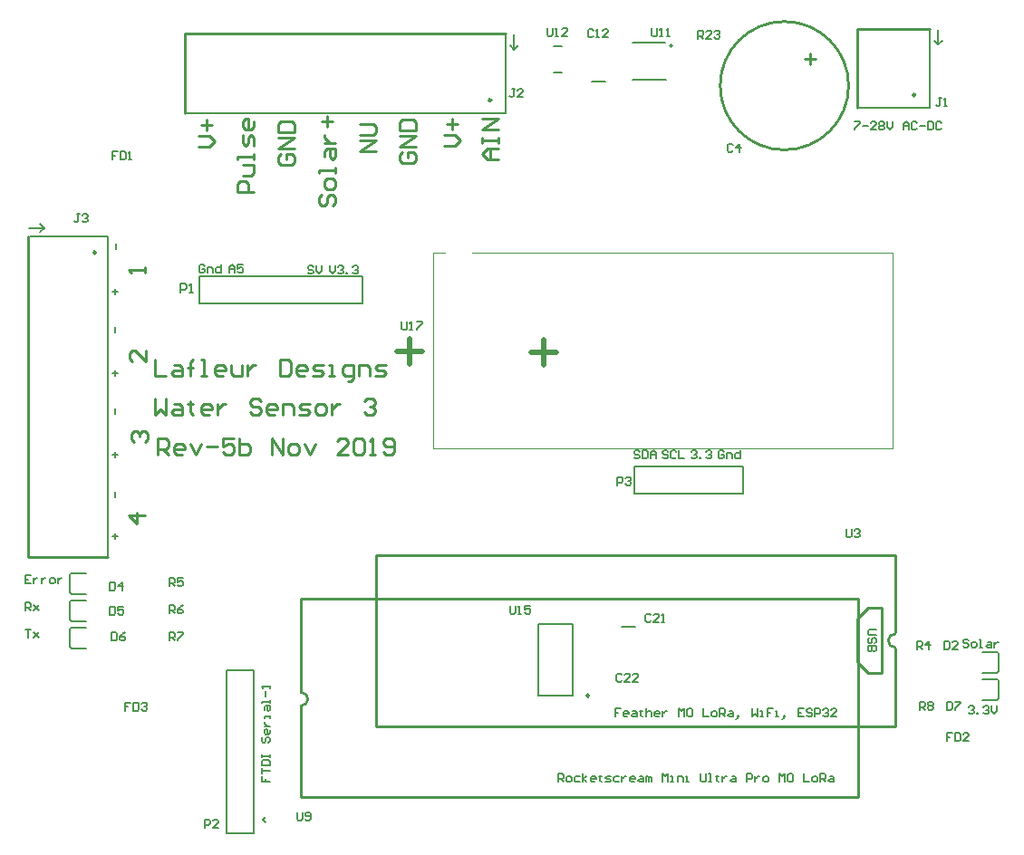
<source format=gto>
G04*
G04 #@! TF.GenerationSoftware,Altium Limited,Altium Designer,19.1.8 (144)*
G04*
G04 Layer_Color=65535*
%FSLAX25Y25*%
%MOIN*%
G70*
G01*
G75*
%ADD10C,0.00984*%
%ADD11C,0.01000*%
%ADD12C,0.00787*%
%ADD13C,0.00394*%
%ADD14C,0.00500*%
%ADD15C,0.02000*%
D10*
X283472Y256850D02*
G03*
X283472Y256850I-492J0D01*
G01*
X127472Y254975D02*
G03*
X127472Y254975I-492J0D01*
G01*
X-17987Y198852D02*
G03*
X-17987Y198852I-492J0D01*
G01*
X163492Y35811D02*
G03*
X163492Y35811I-492J0D01*
G01*
D11*
X276142Y58500D02*
G03*
X276142Y53500I-142J-2500D01*
G01*
X57500Y32000D02*
G03*
X57500Y37000I0J2500D01*
G01*
X258937Y260246D02*
G03*
X258937Y260246I-23622J0D01*
G01*
X262000Y281217D02*
X288945D01*
X262000Y252017D02*
Y281217D01*
Y48000D02*
Y64000D01*
Y48000D02*
X266000Y44000D01*
X271000D01*
X266000Y68000D02*
X271000D01*
X262000Y64000D02*
X266000Y68000D01*
X271000Y44000D02*
Y68000D01*
X276000Y59000D02*
Y66500D01*
X85000Y87500D02*
X276000D01*
X85000Y34250D02*
Y70750D01*
Y24500D02*
X276000D01*
Y53000D01*
Y66500D02*
Y87500D01*
X85000Y70750D02*
Y87500D01*
Y24500D02*
Y34250D01*
X14806Y279341D02*
X132945D01*
X14806Y250141D02*
Y279341D01*
X-42845Y86677D02*
X-13645D01*
X-42845D02*
Y204816D01*
X262500Y51750D02*
Y71000D01*
Y-1500D02*
Y15250D01*
X57500Y-1500D02*
Y32000D01*
Y37000D02*
Y71000D01*
Y71500D02*
X262500D01*
Y15250D02*
Y51750D01*
X57500Y-1500D02*
X262500D01*
X242815Y269947D02*
X246815D01*
X244815Y268047D02*
Y272047D01*
X0Y101999D02*
X-5998D01*
X-2999Y99000D01*
Y102999D01*
X-3998Y129000D02*
X-4998Y130000D01*
Y131999D01*
X-3998Y132999D01*
X-2999D01*
X-1999Y131999D01*
Y130999D01*
Y131999D01*
X-999Y132999D01*
X0D01*
X1000Y131999D01*
Y130000D01*
X0Y129000D01*
X435Y162613D02*
Y158614D01*
X-3563Y162613D01*
X-4563D01*
X-5563Y161613D01*
Y159614D01*
X-4563Y158614D01*
X-1Y191371D02*
Y193371D01*
Y192371D01*
X-5999D01*
X-4999Y191371D01*
X85000Y236260D02*
X79002D01*
X85000Y240259D01*
X79002D01*
Y242258D02*
X84000D01*
X85000Y243257D01*
Y245257D01*
X84000Y246257D01*
X79002D01*
X65002Y219999D02*
X64002Y218999D01*
Y217000D01*
X65002Y216000D01*
X66001D01*
X67001Y217000D01*
Y218999D01*
X68001Y219999D01*
X69000D01*
X70000Y218999D01*
Y217000D01*
X69000Y216000D01*
X70000Y222998D02*
Y224997D01*
X69000Y225997D01*
X67001D01*
X66001Y224997D01*
Y222998D01*
X67001Y221998D01*
X69000D01*
X70000Y222998D01*
Y227996D02*
Y229995D01*
Y228996D01*
X64002D01*
Y227996D01*
X66001Y233994D02*
Y235994D01*
X67001Y236993D01*
X70000D01*
Y233994D01*
X69000Y232995D01*
X68001Y233994D01*
Y236993D01*
X66001Y238993D02*
X70000D01*
X68001D01*
X67001Y239992D01*
X66001Y240992D01*
Y241992D01*
X67001Y244991D02*
Y248989D01*
X65002Y246990D02*
X69000D01*
X3740Y145194D02*
Y139195D01*
X5740Y141195D01*
X7739Y139195D01*
Y145194D01*
X10738Y143194D02*
X12737D01*
X13737Y142194D01*
Y139195D01*
X10738D01*
X9738Y140195D01*
X10738Y141195D01*
X13737D01*
X16736Y144194D02*
Y143194D01*
X15736D01*
X17736D01*
X16736D01*
Y140195D01*
X17736Y139195D01*
X23734D02*
X21734D01*
X20735Y140195D01*
Y142194D01*
X21734Y143194D01*
X23734D01*
X24734Y142194D01*
Y141195D01*
X20735D01*
X26733Y143194D02*
Y139195D01*
Y141195D01*
X27733Y142194D01*
X28732Y143194D01*
X29732D01*
X42728Y144194D02*
X41728Y145194D01*
X39729D01*
X38729Y144194D01*
Y143194D01*
X39729Y142194D01*
X41728D01*
X42728Y141195D01*
Y140195D01*
X41728Y139195D01*
X39729D01*
X38729Y140195D01*
X47726Y139195D02*
X45727D01*
X44727Y140195D01*
Y142194D01*
X45727Y143194D01*
X47726D01*
X48726Y142194D01*
Y141195D01*
X44727D01*
X50725Y139195D02*
Y143194D01*
X53724D01*
X54724Y142194D01*
Y139195D01*
X56723D02*
X59722D01*
X60722Y140195D01*
X59722Y141195D01*
X57723D01*
X56723Y142194D01*
X57723Y143194D01*
X60722D01*
X63721Y139195D02*
X65720D01*
X66720Y140195D01*
Y142194D01*
X65720Y143194D01*
X63721D01*
X62721Y142194D01*
Y140195D01*
X63721Y139195D01*
X68719Y143194D02*
Y139195D01*
Y141195D01*
X69719Y142194D01*
X70719Y143194D01*
X71718D01*
X80715Y144194D02*
X81715Y145194D01*
X83714D01*
X84714Y144194D01*
Y143194D01*
X83714Y142194D01*
X82715D01*
X83714D01*
X84714Y141195D01*
Y140195D01*
X83714Y139195D01*
X81715D01*
X80715Y140195D01*
X94873Y235840D02*
X93873Y234840D01*
Y232840D01*
X94873Y231841D01*
X98872D01*
X99871Y232840D01*
Y234840D01*
X98872Y235840D01*
X96872D01*
Y233840D01*
X99871Y237839D02*
X93873D01*
X99871Y241838D01*
X93873D01*
Y243837D02*
X99871D01*
Y246836D01*
X98872Y247836D01*
X94873D01*
X93873Y246836D01*
Y243837D01*
X40000Y221000D02*
X34002D01*
Y223999D01*
X35002Y224999D01*
X37001D01*
X38001Y223999D01*
Y221000D01*
X36001Y226998D02*
X39000D01*
X40000Y227998D01*
Y230997D01*
X36001D01*
X40000Y232996D02*
Y234996D01*
Y233996D01*
X34002D01*
Y232996D01*
X40000Y237995D02*
Y240993D01*
X39000Y241993D01*
X38001Y240993D01*
Y238994D01*
X37001Y237995D01*
X36001Y238994D01*
Y241993D01*
X40000Y246992D02*
Y244992D01*
X39000Y243993D01*
X37001D01*
X36001Y244992D01*
Y246992D01*
X37001Y247991D01*
X38001D01*
Y243993D01*
X19873Y237841D02*
X23872D01*
X25871Y239840D01*
X23872Y241840D01*
X19873D01*
X22872Y243839D02*
Y247838D01*
X20873Y245838D02*
X24872D01*
X50002Y234999D02*
X49002Y233999D01*
Y232000D01*
X50002Y231000D01*
X54000D01*
X55000Y232000D01*
Y233999D01*
X54000Y234999D01*
X52001D01*
Y232999D01*
X55000Y236998D02*
X49002D01*
X55000Y240997D01*
X49002D01*
Y242996D02*
X55000D01*
Y245995D01*
X54000Y246995D01*
X50002D01*
X49002Y245995D01*
Y242996D01*
X4762Y124295D02*
Y130294D01*
X7761D01*
X8760Y129294D01*
Y127294D01*
X7761Y126295D01*
X4762D01*
X6761D02*
X8760Y124295D01*
X13759D02*
X11759D01*
X10760Y125295D01*
Y127294D01*
X11759Y128294D01*
X13759D01*
X14758Y127294D01*
Y126295D01*
X10760D01*
X16758Y128294D02*
X18757Y124295D01*
X20756Y128294D01*
X22756Y127294D02*
X26755D01*
X32753Y130294D02*
X28754D01*
Y127294D01*
X30753Y128294D01*
X31753D01*
X32753Y127294D01*
Y125295D01*
X31753Y124295D01*
X29754D01*
X28754Y125295D01*
X34752Y130294D02*
Y124295D01*
X37751D01*
X38751Y125295D01*
Y126295D01*
Y127294D01*
X37751Y128294D01*
X34752D01*
X46748Y124295D02*
Y130294D01*
X50747Y124295D01*
Y130294D01*
X53746Y124295D02*
X55745D01*
X56745Y125295D01*
Y127294D01*
X55745Y128294D01*
X53746D01*
X52746Y127294D01*
Y125295D01*
X53746Y124295D01*
X58744Y128294D02*
X60743Y124295D01*
X62743Y128294D01*
X74739Y124295D02*
X70740D01*
X74739Y128294D01*
Y129294D01*
X73739Y130294D01*
X71740D01*
X70740Y129294D01*
X76738D02*
X77738Y130294D01*
X79737D01*
X80737Y129294D01*
Y125295D01*
X79737Y124295D01*
X77738D01*
X76738Y125295D01*
Y129294D01*
X82736Y124295D02*
X84736D01*
X83736D01*
Y130294D01*
X82736Y129294D01*
X87735Y125295D02*
X88735Y124295D01*
X90734D01*
X91733Y125295D01*
Y129294D01*
X90734Y130294D01*
X88735D01*
X87735Y129294D01*
Y128294D01*
X88735Y127294D01*
X91733D01*
X110002Y238000D02*
X114001D01*
X116000Y239999D01*
X114001Y241999D01*
X110002D01*
X113001Y243998D02*
Y247997D01*
X111002Y245997D02*
X115000D01*
X130000Y233000D02*
X126001D01*
X124002Y234999D01*
X126001Y236999D01*
X130000D01*
X127001D01*
Y233000D01*
X124002Y238998D02*
Y240997D01*
Y239998D01*
X130000D01*
Y238998D01*
Y240997D01*
Y243996D02*
X124002D01*
X130000Y247995D01*
X124002D01*
X3740Y159532D02*
Y153534D01*
X7739D01*
X10738Y157533D02*
X12737D01*
X13737Y156533D01*
Y153534D01*
X10738D01*
X9738Y154534D01*
X10738Y155533D01*
X13737D01*
X16736Y153534D02*
Y158532D01*
Y156533D01*
X15736D01*
X17736D01*
X16736D01*
Y158532D01*
X17736Y159532D01*
X20735Y153534D02*
X22734D01*
X21734D01*
Y159532D01*
X20735D01*
X28732Y153534D02*
X26733D01*
X25733Y154534D01*
Y156533D01*
X26733Y157533D01*
X28732D01*
X29732Y156533D01*
Y155533D01*
X25733D01*
X31731Y157533D02*
Y154534D01*
X32731Y153534D01*
X35730D01*
Y157533D01*
X37729D02*
Y153534D01*
Y155533D01*
X38729Y156533D01*
X39729Y157533D01*
X40728D01*
X49725Y159532D02*
Y153534D01*
X52724D01*
X53724Y154534D01*
Y158532D01*
X52724Y159532D01*
X49725D01*
X58723Y153534D02*
X56723D01*
X55723Y154534D01*
Y156533D01*
X56723Y157533D01*
X58723D01*
X59722Y156533D01*
Y155533D01*
X55723D01*
X61721Y153534D02*
X64720D01*
X65720Y154534D01*
X64720Y155533D01*
X62721D01*
X61721Y156533D01*
X62721Y157533D01*
X65720D01*
X67720Y153534D02*
X69719D01*
X68719D01*
Y157533D01*
X67720D01*
X74717Y151534D02*
X75717D01*
X76717Y152534D01*
Y157533D01*
X73718D01*
X72718Y156533D01*
Y154534D01*
X73718Y153534D01*
X76717D01*
X78716D02*
Y157533D01*
X81715D01*
X82715Y156533D01*
Y153534D01*
X84714D02*
X87713D01*
X88713Y154534D01*
X87713Y155533D01*
X85714D01*
X84714Y156533D01*
X85714Y157533D01*
X88713D01*
D12*
X194005Y275000D02*
G03*
X194005Y275000I-394J0D01*
G01*
X291937Y275354D02*
X293433Y276850D01*
X291937Y275354D02*
Y280905D01*
X290441Y276850D02*
X291937Y275354D01*
X288906Y252017D02*
Y280512D01*
X262000Y252017D02*
X288906D01*
X314039Y34700D02*
Y41300D01*
X313458Y41880D02*
X314039Y41300D01*
X308180Y41880D02*
X313458D01*
X313439Y34100D02*
X314039Y34700D01*
X308121Y34100D02*
X313439D01*
X30000Y45000D02*
X40000D01*
X30000Y-15000D02*
X40000D01*
X30000D02*
Y45000D01*
X40000Y-15000D02*
Y45000D01*
X132905Y250141D02*
Y278636D01*
X135937Y273479D02*
Y279030D01*
X134441Y274975D02*
X135937Y273479D01*
X137433Y274975D01*
X14806Y250141D02*
X132905D01*
X313458Y51880D02*
X314039Y51300D01*
Y44700D02*
Y51300D01*
X313439Y44100D02*
X314039Y44700D01*
X308180Y51880D02*
X313458D01*
X308121Y44100D02*
X313439D01*
X-13645Y86677D02*
Y204777D01*
X-42141D02*
X-13645D01*
X-38479Y209304D02*
X-36983Y207808D01*
X-38479Y206312D02*
X-36983Y207808D01*
X-42534D02*
X-36983D01*
X220000Y110000D02*
Y120000D01*
X180000Y110000D02*
X220000D01*
X180000Y120000D02*
X220000D01*
X180000Y110000D02*
Y120000D01*
X150472Y274921D02*
X153528D01*
X150472Y265079D02*
X153528D01*
X-27500Y53700D02*
Y60300D01*
Y53700D02*
X-26919Y53120D01*
X-21641D01*
X-27500Y60300D02*
X-26900Y60900D01*
X-21582D01*
X20000Y180000D02*
X80000D01*
X20000Y190000D02*
X80000D01*
X20000Y180000D02*
Y190000D01*
X80000Y180000D02*
Y190000D01*
X144890Y62189D02*
X157488D01*
X144890Y35811D02*
X157488D01*
X144890D02*
Y62189D01*
X157488Y35811D02*
Y62189D01*
X175441Y61221D02*
X180559D01*
X164441Y261779D02*
X169559D01*
X-26900Y70900D02*
X-21582D01*
X-27500Y70300D02*
X-26900Y70900D01*
X-26919Y63120D02*
X-21641D01*
X-27500Y63700D02*
X-26919Y63120D01*
X-27500Y63700D02*
Y70300D01*
X-26900Y80900D02*
X-21582D01*
X-27500Y80300D02*
X-26900Y80900D01*
X-26919Y73120D02*
X-21641D01*
X-27500Y73700D02*
X-26919Y73120D01*
X-27500Y73700D02*
Y80300D01*
D13*
X158791Y273839D02*
G03*
X158791Y273839I-197J0D01*
G01*
X106043Y198744D02*
X110551D01*
X106043Y126736D02*
Y198744D01*
Y126736D02*
X275059D01*
Y198744D01*
X120551D02*
X275059D01*
D14*
X179564Y276000D02*
X191611D01*
X179588Y262583D02*
X191635D01*
X268999Y60000D02*
X266500D01*
X266000Y59500D01*
Y58500D01*
X266500Y58001D01*
X268999D01*
X268499Y55002D02*
X268999Y55501D01*
Y56501D01*
X268499Y57001D01*
X267999D01*
X267499Y56501D01*
Y55501D01*
X267000Y55002D01*
X266500D01*
X266000Y55501D01*
Y56501D01*
X266500Y57001D01*
X268999Y54002D02*
X266000D01*
Y52502D01*
X266500Y52003D01*
X267000D01*
X267499Y52502D01*
Y54002D01*
Y52502D01*
X267999Y52003D01*
X268499D01*
X268999Y52502D01*
Y54002D01*
X31162Y191295D02*
Y193295D01*
X32161Y194294D01*
X33161Y193295D01*
Y191295D01*
Y192795D01*
X31162D01*
X36160Y194294D02*
X34161D01*
Y192795D01*
X35160Y193295D01*
X35660D01*
X36160Y192795D01*
Y191795D01*
X35660Y191295D01*
X34661D01*
X34161Y191795D01*
X61999Y193499D02*
X61500Y193999D01*
X60500D01*
X60000Y193499D01*
Y192999D01*
X60500Y192499D01*
X61500D01*
X61999Y192000D01*
Y191500D01*
X61500Y191000D01*
X60500D01*
X60000Y191500D01*
X62999Y193999D02*
Y192000D01*
X63999Y191000D01*
X64998Y192000D01*
Y193999D01*
X68000D02*
Y192000D01*
X69000Y191000D01*
X69999Y192000D01*
Y193999D01*
X70999Y193499D02*
X71499Y193999D01*
X72499D01*
X72998Y193499D01*
Y192999D01*
X72499Y192499D01*
X71999D01*
X72499D01*
X72998Y192000D01*
Y191500D01*
X72499Y191000D01*
X71499D01*
X70999Y191500D01*
X73998Y191000D02*
Y191500D01*
X74498D01*
Y191000D01*
X73998D01*
X76497Y193499D02*
X76997Y193999D01*
X77997D01*
X78497Y193499D01*
Y192999D01*
X77997Y192499D01*
X77497D01*
X77997D01*
X78497Y192000D01*
Y191500D01*
X77997Y191000D01*
X76997D01*
X76497Y191500D01*
X21999Y193795D02*
X21500Y194294D01*
X20500D01*
X20000Y193795D01*
Y191795D01*
X20500Y191295D01*
X21500D01*
X21999Y191795D01*
Y192795D01*
X21000D01*
X22999Y191295D02*
Y193295D01*
X24499D01*
X24998Y192795D01*
Y191295D01*
X27997Y194294D02*
Y191295D01*
X26498D01*
X25998Y191795D01*
Y192795D01*
X26498Y193295D01*
X27997D01*
X174999Y30999D02*
X173000D01*
Y29500D01*
X174000D01*
X173000D01*
Y28000D01*
X177499D02*
X176499D01*
X175999Y28500D01*
Y29500D01*
X176499Y29999D01*
X177499D01*
X177998Y29500D01*
Y29000D01*
X175999D01*
X179498Y29999D02*
X180498D01*
X180997Y29500D01*
Y28000D01*
X179498D01*
X178998Y28500D01*
X179498Y29000D01*
X180997D01*
X182497Y30499D02*
Y29999D01*
X181997D01*
X182997D01*
X182497D01*
Y28500D01*
X182997Y28000D01*
X184496Y30999D02*
Y28000D01*
Y29500D01*
X184996Y29999D01*
X185996D01*
X186496Y29500D01*
Y28000D01*
X188995D02*
X187995D01*
X187495Y28500D01*
Y29500D01*
X187995Y29999D01*
X188995D01*
X189495Y29500D01*
Y29000D01*
X187495D01*
X190494Y29999D02*
Y28000D01*
Y29000D01*
X190994Y29500D01*
X191494Y29999D01*
X191994D01*
X196492Y28000D02*
Y30999D01*
X197492Y29999D01*
X198492Y30999D01*
Y28000D01*
X199491Y30499D02*
X199991Y30999D01*
X200991D01*
X201491Y30499D01*
Y28500D01*
X200991Y28000D01*
X199991D01*
X199491Y28500D01*
Y30499D01*
X205489Y30999D02*
Y28000D01*
X207489D01*
X208988D02*
X209988D01*
X210488Y28500D01*
Y29500D01*
X209988Y29999D01*
X208988D01*
X208488Y29500D01*
Y28500D01*
X208988Y28000D01*
X211488D02*
Y30999D01*
X212987D01*
X213487Y30499D01*
Y29500D01*
X212987Y29000D01*
X211488D01*
X212487D02*
X213487Y28000D01*
X214986Y29999D02*
X215986D01*
X216486Y29500D01*
Y28000D01*
X214986D01*
X214487Y28500D01*
X214986Y29000D01*
X216486D01*
X217985Y27500D02*
X218485Y28000D01*
Y28500D01*
X217985D01*
Y28000D01*
X218485D01*
X217985Y27500D01*
X217486Y27000D01*
X223484Y30999D02*
Y28000D01*
X224483Y29000D01*
X225483Y28000D01*
Y30999D01*
X226483Y28000D02*
X227482D01*
X226982D01*
Y29999D01*
X226483D01*
X230981Y30999D02*
X228982D01*
Y29500D01*
X229982D01*
X228982D01*
Y28000D01*
X231981D02*
X232981D01*
X232481D01*
Y29999D01*
X231981D01*
X234980Y27500D02*
X235480Y28000D01*
Y28500D01*
X234980D01*
Y28000D01*
X235480D01*
X234980Y27500D01*
X234480Y27000D01*
X242477Y30999D02*
X240478D01*
Y28000D01*
X242477D01*
X240478Y29500D02*
X241478D01*
X245477Y30499D02*
X244977Y30999D01*
X243977D01*
X243477Y30499D01*
Y29999D01*
X243977Y29500D01*
X244977D01*
X245477Y29000D01*
Y28500D01*
X244977Y28000D01*
X243977D01*
X243477Y28500D01*
X246476Y28000D02*
Y30999D01*
X247976D01*
X248476Y30499D01*
Y29500D01*
X247976Y29000D01*
X246476D01*
X249475Y30499D02*
X249975Y30999D01*
X250975D01*
X251475Y30499D01*
Y29999D01*
X250975Y29500D01*
X250475D01*
X250975D01*
X251475Y29000D01*
Y28500D01*
X250975Y28000D01*
X249975D01*
X249475Y28500D01*
X254474Y28000D02*
X252474D01*
X254474Y29999D01*
Y30499D01*
X253974Y30999D01*
X252974D01*
X252474Y30499D01*
X-44000Y59999D02*
X-42001D01*
X-43000D01*
Y57000D01*
X-41001Y58999D02*
X-39002Y57000D01*
X-40001Y58000D01*
X-39002Y58999D01*
X-41001Y57000D01*
X-44000Y67000D02*
Y69999D01*
X-42500D01*
X-42001Y69499D01*
Y68499D01*
X-42500Y68000D01*
X-44000D01*
X-43000D02*
X-42001Y67000D01*
X-41001Y68999D02*
X-39002Y67000D01*
X-40001Y68000D01*
X-39002Y68999D01*
X-41001Y67000D01*
X192562Y125499D02*
X192062Y125999D01*
X191063D01*
X190563Y125499D01*
Y124999D01*
X191063Y124499D01*
X192062D01*
X192562Y124000D01*
Y123500D01*
X192062Y123000D01*
X191063D01*
X190563Y123500D01*
X195561Y125499D02*
X195062Y125999D01*
X194062D01*
X193562Y125499D01*
Y123500D01*
X194062Y123000D01*
X195062D01*
X195561Y123500D01*
X196561Y125999D02*
Y123000D01*
X198560D01*
X181999Y125499D02*
X181500Y125999D01*
X180500D01*
X180000Y125499D01*
Y124999D01*
X180500Y124499D01*
X181500D01*
X181999Y124000D01*
Y123500D01*
X181500Y123000D01*
X180500D01*
X180000Y123500D01*
X182999Y125999D02*
Y123000D01*
X184499D01*
X184998Y123500D01*
Y125499D01*
X184499Y125999D01*
X182999D01*
X185998Y123000D02*
Y124999D01*
X186998Y125999D01*
X187997Y124999D01*
Y123000D01*
Y124499D01*
X185998D01*
X201000Y125499D02*
X201500Y125999D01*
X202500D01*
X202999Y125499D01*
Y124999D01*
X202500Y124499D01*
X202000D01*
X202500D01*
X202999Y124000D01*
Y123500D01*
X202500Y123000D01*
X201500D01*
X201000Y123500D01*
X203999Y123000D02*
Y123500D01*
X204499D01*
Y123000D01*
X203999D01*
X206498Y125499D02*
X206998Y125999D01*
X207998D01*
X208498Y125499D01*
Y124999D01*
X207998Y124499D01*
X207498D01*
X207998D01*
X208498Y124000D01*
Y123500D01*
X207998Y123000D01*
X206998D01*
X206498Y123500D01*
X212999Y125499D02*
X212499Y125999D01*
X211500D01*
X211000Y125499D01*
Y123500D01*
X211500Y123000D01*
X212499D01*
X212999Y123500D01*
Y124499D01*
X212000D01*
X213999Y123000D02*
Y124999D01*
X215498D01*
X215998Y124499D01*
Y123000D01*
X218997Y125999D02*
Y123000D01*
X217498D01*
X216998Y123500D01*
Y124499D01*
X217498Y124999D01*
X218997D01*
X44500Y-11000D02*
X43501Y-10000D01*
X44500Y-9001D01*
X43001Y5994D02*
Y3995D01*
X44500D01*
Y4995D01*
Y3995D01*
X46000D01*
X43001Y6994D02*
Y8993D01*
Y7994D01*
X46000D01*
X43001Y9993D02*
X46000D01*
Y11493D01*
X45500Y11993D01*
X43501D01*
X43001Y11493D01*
Y9993D01*
Y12992D02*
Y13992D01*
Y13492D01*
X46000D01*
Y12992D01*
Y13992D01*
X43501Y20490D02*
X43001Y19990D01*
Y18990D01*
X43501Y18490D01*
X44001D01*
X44500Y18990D01*
Y19990D01*
X45000Y20490D01*
X45500D01*
X46000Y19990D01*
Y18990D01*
X45500Y18490D01*
X46000Y22989D02*
Y21989D01*
X45500Y21489D01*
X44500D01*
X44001Y21989D01*
Y22989D01*
X44500Y23489D01*
X45000D01*
Y21489D01*
X44001Y24488D02*
X46000D01*
X45000D01*
X44500Y24988D01*
X44001Y25488D01*
Y25988D01*
X46000Y27487D02*
Y28487D01*
Y27987D01*
X44001D01*
Y27487D01*
Y30487D02*
Y31486D01*
X44500Y31986D01*
X46000D01*
Y30487D01*
X45500Y29987D01*
X45000Y30487D01*
Y31986D01*
X46000Y32986D02*
Y33985D01*
Y33486D01*
X43001D01*
Y32986D01*
X44500Y35485D02*
Y37484D01*
X46000Y38484D02*
Y39484D01*
Y38984D01*
X43001D01*
X43501Y38484D01*
X-10846Y171371D02*
Y169372D01*
Y141371D02*
Y139372D01*
Y110871D02*
Y108872D01*
X-10000Y154500D02*
X-11999D01*
X-11000Y153501D02*
Y155500D01*
X-10000Y124501D02*
X-11999D01*
X-11000Y123501D02*
Y125500D01*
X-10000Y94500D02*
X-11999D01*
X-11000Y93501D02*
Y95500D01*
X-10501Y202000D02*
Y200001D01*
X-10000Y184501D02*
X-11999D01*
X-11000Y183501D02*
Y185500D01*
X152000Y4000D02*
Y6999D01*
X153499D01*
X153999Y6499D01*
Y5500D01*
X153499Y5000D01*
X152000D01*
X153000D02*
X153999Y4000D01*
X155499D02*
X156499D01*
X156998Y4500D01*
Y5500D01*
X156499Y5999D01*
X155499D01*
X154999Y5500D01*
Y4500D01*
X155499Y4000D01*
X159997Y5999D02*
X158498D01*
X157998Y5500D01*
Y4500D01*
X158498Y4000D01*
X159997D01*
X160997D02*
Y6999D01*
Y5000D02*
X162497Y5999D01*
X160997Y5000D02*
X162497Y4000D01*
X165496D02*
X164496D01*
X163996Y4500D01*
Y5500D01*
X164496Y5999D01*
X165496D01*
X165996Y5500D01*
Y5000D01*
X163996D01*
X167495Y6499D02*
Y5999D01*
X166995D01*
X167995D01*
X167495D01*
Y4500D01*
X167995Y4000D01*
X169494D02*
X170994D01*
X171494Y4500D01*
X170994Y5000D01*
X169994D01*
X169494Y5500D01*
X169994Y5999D01*
X171494D01*
X174493D02*
X172993D01*
X172493Y5500D01*
Y4500D01*
X172993Y4000D01*
X174493D01*
X175492Y5999D02*
Y4000D01*
Y5000D01*
X175992Y5500D01*
X176492Y5999D01*
X176992D01*
X179991Y4000D02*
X178991D01*
X178491Y4500D01*
Y5500D01*
X178991Y5999D01*
X179991D01*
X180491Y5500D01*
Y5000D01*
X178491D01*
X181990Y5999D02*
X182990D01*
X183490Y5500D01*
Y4000D01*
X181990D01*
X181491Y4500D01*
X181990Y5000D01*
X183490D01*
X184490Y4000D02*
Y5999D01*
X184989D01*
X185489Y5500D01*
Y4000D01*
Y5500D01*
X185989Y5999D01*
X186489Y5500D01*
Y4000D01*
X190488D02*
Y6999D01*
X191487Y5999D01*
X192487Y6999D01*
Y4000D01*
X193487D02*
X194486D01*
X193986D01*
Y5999D01*
X193487D01*
X195986Y4000D02*
Y5999D01*
X197485D01*
X197985Y5500D01*
Y4000D01*
X198985D02*
X199985D01*
X199485D01*
Y5999D01*
X198985D01*
X204483Y6999D02*
Y4500D01*
X204983Y4000D01*
X205982D01*
X206482Y4500D01*
Y6999D01*
X207482Y4000D02*
X208482D01*
X207982D01*
Y6999D01*
X207482D01*
X210481Y6499D02*
Y5999D01*
X209981D01*
X210981D01*
X210481D01*
Y4500D01*
X210981Y4000D01*
X212480Y5999D02*
Y4000D01*
Y5000D01*
X212980Y5500D01*
X213480Y5999D01*
X213980D01*
X215979D02*
X216979D01*
X217479Y5500D01*
Y4000D01*
X215979D01*
X215479Y4500D01*
X215979Y5000D01*
X217479D01*
X221478Y4000D02*
Y6999D01*
X222977D01*
X223477Y6499D01*
Y5500D01*
X222977Y5000D01*
X221478D01*
X224477Y5999D02*
Y4000D01*
Y5000D01*
X224976Y5500D01*
X225476Y5999D01*
X225976D01*
X227975Y4000D02*
X228975D01*
X229475Y4500D01*
Y5500D01*
X228975Y5999D01*
X227975D01*
X227476Y5500D01*
Y4500D01*
X227975Y4000D01*
X233474D02*
Y6999D01*
X234473Y5999D01*
X235473Y6999D01*
Y4000D01*
X236473Y6499D02*
X236972Y6999D01*
X237972D01*
X238472Y6499D01*
Y4500D01*
X237972Y4000D01*
X236972D01*
X236473Y4500D01*
Y6499D01*
X242471Y6999D02*
Y4000D01*
X244470D01*
X245970D02*
X246969D01*
X247469Y4500D01*
Y5500D01*
X246969Y5999D01*
X245970D01*
X245470Y5500D01*
Y4500D01*
X245970Y4000D01*
X248469D02*
Y6999D01*
X249968D01*
X250468Y6499D01*
Y5500D01*
X249968Y5000D01*
X248469D01*
X249468D02*
X250468Y4000D01*
X251968Y5999D02*
X252967D01*
X253467Y5500D01*
Y4000D01*
X251968D01*
X251468Y4500D01*
X251968Y5000D01*
X253467D01*
X302999Y55999D02*
X302500Y56499D01*
X301500D01*
X301000Y55999D01*
Y55499D01*
X301500Y55000D01*
X302500D01*
X302999Y54500D01*
Y54000D01*
X302500Y53500D01*
X301500D01*
X301000Y54000D01*
X304499Y53500D02*
X305499D01*
X305998Y54000D01*
Y55000D01*
X305499Y55499D01*
X304499D01*
X303999Y55000D01*
Y54000D01*
X304499Y53500D01*
X306998D02*
X307998D01*
X307498D01*
Y56499D01*
X306998D01*
X309997Y55499D02*
X310997D01*
X311497Y55000D01*
Y53500D01*
X309997D01*
X309497Y54000D01*
X309997Y54500D01*
X311497D01*
X312496Y55499D02*
Y53500D01*
Y54500D01*
X312996Y55000D01*
X313496Y55499D01*
X313996D01*
X-42001Y79999D02*
X-44000D01*
Y77000D01*
X-42001D01*
X-44000Y78500D02*
X-43000D01*
X-41001Y78999D02*
Y77000D01*
Y78000D01*
X-40501Y78500D01*
X-40001Y78999D01*
X-39501D01*
X-38002D02*
Y77000D01*
Y78000D01*
X-37502Y78500D01*
X-37002Y78999D01*
X-36502D01*
X-34503Y77000D02*
X-33503D01*
X-33004Y77500D01*
Y78500D01*
X-33503Y78999D01*
X-34503D01*
X-35003Y78500D01*
Y77500D01*
X-34503Y77000D01*
X-32004Y78999D02*
Y77000D01*
Y78000D01*
X-31504Y78500D01*
X-31004Y78999D01*
X-30504D01*
X261000Y246999D02*
X262999D01*
Y246499D01*
X261000Y244500D01*
Y244000D01*
X263999Y245499D02*
X265998D01*
X268997Y244000D02*
X266998D01*
X268997Y245999D01*
Y246499D01*
X268498Y246999D01*
X267498D01*
X266998Y246499D01*
X269997D02*
X270497Y246999D01*
X271497D01*
X271996Y246499D01*
Y245999D01*
X271497Y245499D01*
X271996Y245000D01*
Y244500D01*
X271497Y244000D01*
X270497D01*
X269997Y244500D01*
Y245000D01*
X270497Y245499D01*
X269997Y245999D01*
Y246499D01*
X270497Y245499D02*
X271497D01*
X272996Y246999D02*
Y245000D01*
X273996Y244000D01*
X274995Y245000D01*
Y246999D01*
X278994Y244000D02*
Y245999D01*
X279994Y246999D01*
X280994Y245999D01*
Y244000D01*
Y245499D01*
X278994D01*
X283993Y246499D02*
X283493Y246999D01*
X282493D01*
X281993Y246499D01*
Y244500D01*
X282493Y244000D01*
X283493D01*
X283993Y244500D01*
X284992Y245499D02*
X286992D01*
X287991Y246999D02*
Y244000D01*
X289491D01*
X289991Y244500D01*
Y246499D01*
X289491Y246999D01*
X287991D01*
X292990Y246499D02*
X292490Y246999D01*
X291490D01*
X290990Y246499D01*
Y244500D01*
X291490Y244000D01*
X292490D01*
X292990Y244500D01*
X303000Y31499D02*
X303500Y31999D01*
X304500D01*
X304999Y31499D01*
Y30999D01*
X304500Y30500D01*
X304000D01*
X304500D01*
X304999Y30000D01*
Y29500D01*
X304500Y29000D01*
X303500D01*
X303000Y29500D01*
X305999Y29000D02*
Y29500D01*
X306499D01*
Y29000D01*
X305999D01*
X308498Y31499D02*
X308998Y31999D01*
X309998D01*
X310498Y31499D01*
Y30999D01*
X309998Y30500D01*
X309498D01*
X309998D01*
X310498Y30000D01*
Y29500D01*
X309998Y29000D01*
X308998D01*
X308498Y29500D01*
X311497Y31999D02*
Y30000D01*
X312497Y29000D01*
X313497Y30000D01*
Y31999D01*
X94500Y173294D02*
Y170795D01*
X95000Y170295D01*
X96000D01*
X96499Y170795D01*
Y173294D01*
X97499Y170295D02*
X98499D01*
X97999D01*
Y173294D01*
X97499Y172795D01*
X99998Y173294D02*
X101998D01*
Y172795D01*
X99998Y170795D01*
Y170295D01*
X-10001Y235999D02*
X-12000D01*
Y234500D01*
X-11000D01*
X-12000D01*
Y233000D01*
X-9001Y235999D02*
Y233000D01*
X-7501D01*
X-7002Y233500D01*
Y235499D01*
X-7501Y235999D01*
X-9001D01*
X-6002Y233000D02*
X-5002D01*
X-5502D01*
Y235999D01*
X-6002Y235499D01*
X296999Y21999D02*
X295000D01*
Y20500D01*
X296000D01*
X295000D01*
Y19000D01*
X297999Y21999D02*
Y19000D01*
X299499D01*
X299998Y19500D01*
Y21499D01*
X299499Y21999D01*
X297999D01*
X302997Y19000D02*
X300998D01*
X302997Y20999D01*
Y21499D01*
X302498Y21999D01*
X301498D01*
X300998Y21499D01*
X-5139Y33194D02*
X-7138D01*
Y31695D01*
X-6139D01*
X-7138D01*
Y30195D01*
X-4139Y33194D02*
Y30195D01*
X-2640D01*
X-2140Y30695D01*
Y32695D01*
X-2640Y33194D01*
X-4139D01*
X-1140Y32695D02*
X-640Y33194D01*
X359D01*
X859Y32695D01*
Y32195D01*
X359Y31695D01*
X-141D01*
X359D01*
X859Y31195D01*
Y30695D01*
X359Y30195D01*
X-640D01*
X-1140Y30695D01*
X216309Y238394D02*
X215810Y238894D01*
X214810D01*
X214310Y238394D01*
Y236395D01*
X214810Y235895D01*
X215810D01*
X216309Y236395D01*
X218809Y235895D02*
Y238894D01*
X217309Y237395D01*
X219308D01*
X134362Y68894D02*
Y66395D01*
X134862Y65895D01*
X135861D01*
X136361Y66395D01*
Y68894D01*
X137361Y65895D02*
X138360D01*
X137861D01*
Y68894D01*
X137361Y68395D01*
X141859Y68894D02*
X139860D01*
Y67395D01*
X140859Y67895D01*
X141359D01*
X141859Y67395D01*
Y66395D01*
X141359Y65895D01*
X140360D01*
X139860Y66395D01*
X175472Y43362D02*
X174972Y43861D01*
X173972D01*
X173472Y43362D01*
Y41362D01*
X173972Y40862D01*
X174972D01*
X175472Y41362D01*
X178471Y40862D02*
X176471D01*
X178471Y42862D01*
Y43362D01*
X177971Y43861D01*
X176971D01*
X176471Y43362D01*
X181470Y40862D02*
X179471D01*
X181470Y42862D01*
Y43362D01*
X180970Y43861D01*
X179970D01*
X179471Y43362D01*
X186161Y65435D02*
X185661Y65935D01*
X184661D01*
X184162Y65435D01*
Y63435D01*
X184661Y62936D01*
X185661D01*
X186161Y63435D01*
X189160Y62936D02*
X187161D01*
X189160Y64935D01*
Y65435D01*
X188660Y65935D01*
X187661D01*
X187161Y65435D01*
X190160Y62936D02*
X191159D01*
X190659D01*
Y65935D01*
X190160Y65435D01*
X13000Y184000D02*
Y187499D01*
X14749D01*
X15333Y186916D01*
Y185749D01*
X14749Y185166D01*
X13000D01*
X16499Y184000D02*
X17665D01*
X17082D01*
Y187499D01*
X16499Y186916D01*
X56000Y-7120D02*
Y-9619D01*
X56500Y-10119D01*
X57499D01*
X57999Y-9619D01*
Y-7120D01*
X58999Y-9619D02*
X59499Y-10119D01*
X60499D01*
X60998Y-9619D01*
Y-7620D01*
X60499Y-7120D01*
X59499D01*
X58999Y-7620D01*
Y-8120D01*
X59499Y-8620D01*
X60998D01*
X9000Y56000D02*
Y58999D01*
X10499D01*
X10999Y58499D01*
Y57499D01*
X10499Y57000D01*
X9000D01*
X10000D02*
X10999Y56000D01*
X11999Y58999D02*
X13998D01*
Y58499D01*
X11999Y56500D01*
Y56000D01*
X9000Y66000D02*
Y68999D01*
X10499D01*
X10999Y68499D01*
Y67500D01*
X10499Y67000D01*
X9000D01*
X10000D02*
X10999Y66000D01*
X13998Y68999D02*
X12999Y68499D01*
X11999Y67500D01*
Y66500D01*
X12499Y66000D01*
X13499D01*
X13998Y66500D01*
Y67000D01*
X13499Y67500D01*
X11999D01*
X-12106Y58999D02*
Y56000D01*
X-10606D01*
X-10106Y56500D01*
Y58499D01*
X-10606Y58999D01*
X-12106D01*
X-7107D02*
X-8107Y58499D01*
X-9107Y57499D01*
Y56500D01*
X-8607Y56000D01*
X-7607D01*
X-7107Y56500D01*
Y57000D01*
X-7607Y57499D01*
X-9107D01*
X-12850Y68494D02*
Y65495D01*
X-11351D01*
X-10851Y65995D01*
Y67995D01*
X-11351Y68494D01*
X-12850D01*
X-7852D02*
X-9851D01*
Y66995D01*
X-8851Y67495D01*
X-8352D01*
X-7852Y66995D01*
Y65995D01*
X-8352Y65495D01*
X-9351D01*
X-9851Y65995D01*
X203552Y277546D02*
Y280545D01*
X205052D01*
X205551Y280045D01*
Y279046D01*
X205052Y278546D01*
X203552D01*
X204552D02*
X205551Y277546D01*
X208550D02*
X206551D01*
X208550Y279546D01*
Y280045D01*
X208051Y280545D01*
X207051D01*
X206551Y280045D01*
X209550D02*
X210050Y280545D01*
X211050D01*
X211549Y280045D01*
Y279546D01*
X211050Y279046D01*
X210550D01*
X211050D01*
X211549Y278546D01*
Y278046D01*
X211050Y277546D01*
X210050D01*
X209550Y278046D01*
X148000Y281510D02*
Y279010D01*
X148500Y278511D01*
X149499D01*
X149999Y279010D01*
Y281510D01*
X150999Y278511D02*
X151999D01*
X151499D01*
Y281510D01*
X150999Y281010D01*
X155498Y278511D02*
X153498D01*
X155498Y280510D01*
Y281010D01*
X154998Y281510D01*
X153998D01*
X153498Y281010D01*
X186611Y281279D02*
Y278779D01*
X187111Y278279D01*
X188111D01*
X188611Y278779D01*
Y281279D01*
X189611Y278279D02*
X190610D01*
X190110D01*
Y281279D01*
X189611Y280779D01*
X192110Y278279D02*
X193109D01*
X192610D01*
Y281279D01*
X192110Y280779D01*
X173881Y113195D02*
Y116194D01*
X175380D01*
X175880Y115695D01*
Y114695D01*
X175380Y114195D01*
X173881D01*
X176880Y115695D02*
X177380Y116194D01*
X178379D01*
X178879Y115695D01*
Y115195D01*
X178379Y114695D01*
X177879D01*
X178379D01*
X178879Y114195D01*
Y113695D01*
X178379Y113195D01*
X177380D01*
X176880Y113695D01*
X-24001Y212999D02*
X-25000D01*
X-24500D01*
Y210500D01*
X-25000Y210000D01*
X-25500D01*
X-26000Y210500D01*
X-23001Y212499D02*
X-22501Y212999D01*
X-21501D01*
X-21002Y212499D01*
Y211999D01*
X-21501Y211500D01*
X-22001D01*
X-21501D01*
X-21002Y211000D01*
Y210500D01*
X-21501Y210000D01*
X-22501D01*
X-23001Y210500D01*
X164999Y280499D02*
X164499Y280999D01*
X163500D01*
X163000Y280499D01*
Y278500D01*
X163500Y278000D01*
X164499D01*
X164999Y278500D01*
X165999Y278000D02*
X166999D01*
X166499D01*
Y280999D01*
X165999Y280499D01*
X170498Y278000D02*
X168498D01*
X170498Y279999D01*
Y280499D01*
X169998Y280999D01*
X168998D01*
X168498Y280499D01*
X285000Y30495D02*
Y33494D01*
X286500D01*
X286999Y32995D01*
Y31995D01*
X286500Y31495D01*
X285000D01*
X286000D02*
X286999Y30495D01*
X287999Y32995D02*
X288499Y33494D01*
X289498D01*
X289998Y32995D01*
Y32495D01*
X289498Y31995D01*
X289998Y31495D01*
Y30995D01*
X289498Y30495D01*
X288499D01*
X287999Y30995D01*
Y31495D01*
X288499Y31995D01*
X287999Y32495D01*
Y32995D01*
X288499Y31995D02*
X289498D01*
X9000Y76000D02*
Y78999D01*
X10499D01*
X10999Y78499D01*
Y77500D01*
X10499Y77000D01*
X9000D01*
X10000D02*
X10999Y76000D01*
X13998Y78999D02*
X11999D01*
Y77500D01*
X12999Y77999D01*
X13499D01*
X13998Y77500D01*
Y76500D01*
X13499Y76000D01*
X12499D01*
X11999Y76500D01*
X294000Y55894D02*
Y52895D01*
X295499D01*
X295999Y53395D01*
Y55395D01*
X295499Y55894D01*
X294000D01*
X298998Y52895D02*
X296999D01*
X298998Y54895D01*
Y55395D01*
X298499Y55894D01*
X297499D01*
X296999Y55395D01*
X136261Y258999D02*
X135261D01*
X135761D01*
Y256500D01*
X135261Y256000D01*
X134762D01*
X134262Y256500D01*
X139260Y256000D02*
X137261D01*
X139260Y257999D01*
Y258499D01*
X138760Y258999D01*
X137760D01*
X137261Y258499D01*
X-12782Y77499D02*
Y74500D01*
X-11282D01*
X-10783Y75000D01*
Y76999D01*
X-11282Y77499D01*
X-12782D01*
X-8283Y74500D02*
Y77499D01*
X-9783Y75999D01*
X-7783D01*
X284000Y52895D02*
Y55894D01*
X285500D01*
X285999Y55395D01*
Y54395D01*
X285500Y53895D01*
X284000D01*
X285000D02*
X285999Y52895D01*
X288498D02*
Y55894D01*
X286999Y54395D01*
X288998D01*
X22000Y-12881D02*
Y-9882D01*
X23499D01*
X23999Y-10381D01*
Y-11381D01*
X23499Y-11881D01*
X22000D01*
X26998Y-12881D02*
X24999D01*
X26998Y-10881D01*
Y-10381D01*
X26498Y-9882D01*
X25499D01*
X24999Y-10381D01*
X295000Y33494D02*
Y30495D01*
X296499D01*
X296999Y30995D01*
Y32995D01*
X296499Y33494D01*
X295000D01*
X297999D02*
X299998D01*
Y32995D01*
X297999Y30995D01*
Y30495D01*
X258000Y96999D02*
Y94500D01*
X258500Y94000D01*
X259500D01*
X259999Y94500D01*
Y96999D01*
X260999Y96499D02*
X261499Y96999D01*
X262498D01*
X262998Y96499D01*
Y95999D01*
X262498Y95499D01*
X261999D01*
X262498D01*
X262998Y95000D01*
Y94500D01*
X262498Y94000D01*
X261499D01*
X260999Y94500D01*
X292999Y255727D02*
X292000D01*
X292499D01*
Y253228D01*
X292000Y252728D01*
X291500D01*
X291000Y253228D01*
X293999Y252728D02*
X294999D01*
X294499D01*
Y255727D01*
X293999Y255227D01*
D15*
X142000Y161998D02*
X151330D01*
X146665Y166663D02*
Y157333D01*
X92732Y162545D02*
X102062D01*
X97397Y167210D02*
Y157880D01*
M02*

</source>
